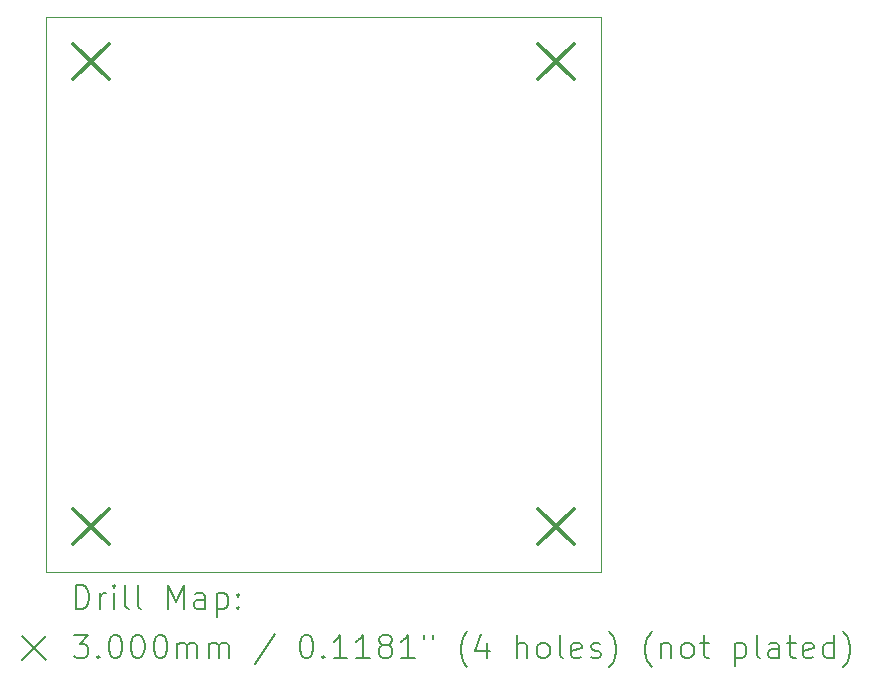
<source format=gbr>
%TF.GenerationSoftware,KiCad,Pcbnew,(6.0.10-0)*%
%TF.CreationDate,2023-01-21T10:57:41-08:00*%
%TF.ProjectId,timer,74696d65-722e-46b6-9963-61645f706362,rev?*%
%TF.SameCoordinates,Original*%
%TF.FileFunction,Drillmap*%
%TF.FilePolarity,Positive*%
%FSLAX45Y45*%
G04 Gerber Fmt 4.5, Leading zero omitted, Abs format (unit mm)*
G04 Created by KiCad (PCBNEW (6.0.10-0)) date 2023-01-21 10:57:41*
%MOMM*%
%LPD*%
G01*
G04 APERTURE LIST*
%ADD10C,0.100000*%
%ADD11C,0.200000*%
%ADD12C,0.300000*%
G04 APERTURE END LIST*
D10*
X12192000Y-6921500D02*
X16891000Y-6921500D01*
X16891000Y-6921500D02*
X16891000Y-11620500D01*
X16891000Y-11620500D02*
X12192000Y-11620500D01*
X12192000Y-11620500D02*
X12192000Y-6921500D01*
D11*
D12*
X12423000Y-7152500D02*
X12723000Y-7452500D01*
X12723000Y-7152500D02*
X12423000Y-7452500D01*
X12423000Y-11089500D02*
X12723000Y-11389500D01*
X12723000Y-11089500D02*
X12423000Y-11389500D01*
X16360000Y-7152500D02*
X16660000Y-7452500D01*
X16660000Y-7152500D02*
X16360000Y-7452500D01*
X16360000Y-11089500D02*
X16660000Y-11389500D01*
X16660000Y-11089500D02*
X16360000Y-11389500D01*
D11*
X12444619Y-11935976D02*
X12444619Y-11735976D01*
X12492238Y-11735976D01*
X12520809Y-11745500D01*
X12539857Y-11764548D01*
X12549381Y-11783595D01*
X12558905Y-11821690D01*
X12558905Y-11850262D01*
X12549381Y-11888357D01*
X12539857Y-11907405D01*
X12520809Y-11926452D01*
X12492238Y-11935976D01*
X12444619Y-11935976D01*
X12644619Y-11935976D02*
X12644619Y-11802643D01*
X12644619Y-11840738D02*
X12654143Y-11821690D01*
X12663667Y-11812167D01*
X12682714Y-11802643D01*
X12701762Y-11802643D01*
X12768428Y-11935976D02*
X12768428Y-11802643D01*
X12768428Y-11735976D02*
X12758905Y-11745500D01*
X12768428Y-11755024D01*
X12777952Y-11745500D01*
X12768428Y-11735976D01*
X12768428Y-11755024D01*
X12892238Y-11935976D02*
X12873190Y-11926452D01*
X12863667Y-11907405D01*
X12863667Y-11735976D01*
X12997000Y-11935976D02*
X12977952Y-11926452D01*
X12968428Y-11907405D01*
X12968428Y-11735976D01*
X13225571Y-11935976D02*
X13225571Y-11735976D01*
X13292238Y-11878833D01*
X13358905Y-11735976D01*
X13358905Y-11935976D01*
X13539857Y-11935976D02*
X13539857Y-11831214D01*
X13530333Y-11812167D01*
X13511286Y-11802643D01*
X13473190Y-11802643D01*
X13454143Y-11812167D01*
X13539857Y-11926452D02*
X13520809Y-11935976D01*
X13473190Y-11935976D01*
X13454143Y-11926452D01*
X13444619Y-11907405D01*
X13444619Y-11888357D01*
X13454143Y-11869309D01*
X13473190Y-11859786D01*
X13520809Y-11859786D01*
X13539857Y-11850262D01*
X13635095Y-11802643D02*
X13635095Y-12002643D01*
X13635095Y-11812167D02*
X13654143Y-11802643D01*
X13692238Y-11802643D01*
X13711286Y-11812167D01*
X13720809Y-11821690D01*
X13730333Y-11840738D01*
X13730333Y-11897881D01*
X13720809Y-11916928D01*
X13711286Y-11926452D01*
X13692238Y-11935976D01*
X13654143Y-11935976D01*
X13635095Y-11926452D01*
X13816048Y-11916928D02*
X13825571Y-11926452D01*
X13816048Y-11935976D01*
X13806524Y-11926452D01*
X13816048Y-11916928D01*
X13816048Y-11935976D01*
X13816048Y-11812167D02*
X13825571Y-11821690D01*
X13816048Y-11831214D01*
X13806524Y-11821690D01*
X13816048Y-11812167D01*
X13816048Y-11831214D01*
X11987000Y-12165500D02*
X12187000Y-12365500D01*
X12187000Y-12165500D02*
X11987000Y-12365500D01*
X12425571Y-12155976D02*
X12549381Y-12155976D01*
X12482714Y-12232167D01*
X12511286Y-12232167D01*
X12530333Y-12241690D01*
X12539857Y-12251214D01*
X12549381Y-12270262D01*
X12549381Y-12317881D01*
X12539857Y-12336928D01*
X12530333Y-12346452D01*
X12511286Y-12355976D01*
X12454143Y-12355976D01*
X12435095Y-12346452D01*
X12425571Y-12336928D01*
X12635095Y-12336928D02*
X12644619Y-12346452D01*
X12635095Y-12355976D01*
X12625571Y-12346452D01*
X12635095Y-12336928D01*
X12635095Y-12355976D01*
X12768428Y-12155976D02*
X12787476Y-12155976D01*
X12806524Y-12165500D01*
X12816048Y-12175024D01*
X12825571Y-12194071D01*
X12835095Y-12232167D01*
X12835095Y-12279786D01*
X12825571Y-12317881D01*
X12816048Y-12336928D01*
X12806524Y-12346452D01*
X12787476Y-12355976D01*
X12768428Y-12355976D01*
X12749381Y-12346452D01*
X12739857Y-12336928D01*
X12730333Y-12317881D01*
X12720809Y-12279786D01*
X12720809Y-12232167D01*
X12730333Y-12194071D01*
X12739857Y-12175024D01*
X12749381Y-12165500D01*
X12768428Y-12155976D01*
X12958905Y-12155976D02*
X12977952Y-12155976D01*
X12997000Y-12165500D01*
X13006524Y-12175024D01*
X13016048Y-12194071D01*
X13025571Y-12232167D01*
X13025571Y-12279786D01*
X13016048Y-12317881D01*
X13006524Y-12336928D01*
X12997000Y-12346452D01*
X12977952Y-12355976D01*
X12958905Y-12355976D01*
X12939857Y-12346452D01*
X12930333Y-12336928D01*
X12920809Y-12317881D01*
X12911286Y-12279786D01*
X12911286Y-12232167D01*
X12920809Y-12194071D01*
X12930333Y-12175024D01*
X12939857Y-12165500D01*
X12958905Y-12155976D01*
X13149381Y-12155976D02*
X13168428Y-12155976D01*
X13187476Y-12165500D01*
X13197000Y-12175024D01*
X13206524Y-12194071D01*
X13216048Y-12232167D01*
X13216048Y-12279786D01*
X13206524Y-12317881D01*
X13197000Y-12336928D01*
X13187476Y-12346452D01*
X13168428Y-12355976D01*
X13149381Y-12355976D01*
X13130333Y-12346452D01*
X13120809Y-12336928D01*
X13111286Y-12317881D01*
X13101762Y-12279786D01*
X13101762Y-12232167D01*
X13111286Y-12194071D01*
X13120809Y-12175024D01*
X13130333Y-12165500D01*
X13149381Y-12155976D01*
X13301762Y-12355976D02*
X13301762Y-12222643D01*
X13301762Y-12241690D02*
X13311286Y-12232167D01*
X13330333Y-12222643D01*
X13358905Y-12222643D01*
X13377952Y-12232167D01*
X13387476Y-12251214D01*
X13387476Y-12355976D01*
X13387476Y-12251214D02*
X13397000Y-12232167D01*
X13416048Y-12222643D01*
X13444619Y-12222643D01*
X13463667Y-12232167D01*
X13473190Y-12251214D01*
X13473190Y-12355976D01*
X13568428Y-12355976D02*
X13568428Y-12222643D01*
X13568428Y-12241690D02*
X13577952Y-12232167D01*
X13597000Y-12222643D01*
X13625571Y-12222643D01*
X13644619Y-12232167D01*
X13654143Y-12251214D01*
X13654143Y-12355976D01*
X13654143Y-12251214D02*
X13663667Y-12232167D01*
X13682714Y-12222643D01*
X13711286Y-12222643D01*
X13730333Y-12232167D01*
X13739857Y-12251214D01*
X13739857Y-12355976D01*
X14130333Y-12146452D02*
X13958905Y-12403595D01*
X14387476Y-12155976D02*
X14406524Y-12155976D01*
X14425571Y-12165500D01*
X14435095Y-12175024D01*
X14444619Y-12194071D01*
X14454143Y-12232167D01*
X14454143Y-12279786D01*
X14444619Y-12317881D01*
X14435095Y-12336928D01*
X14425571Y-12346452D01*
X14406524Y-12355976D01*
X14387476Y-12355976D01*
X14368428Y-12346452D01*
X14358905Y-12336928D01*
X14349381Y-12317881D01*
X14339857Y-12279786D01*
X14339857Y-12232167D01*
X14349381Y-12194071D01*
X14358905Y-12175024D01*
X14368428Y-12165500D01*
X14387476Y-12155976D01*
X14539857Y-12336928D02*
X14549381Y-12346452D01*
X14539857Y-12355976D01*
X14530333Y-12346452D01*
X14539857Y-12336928D01*
X14539857Y-12355976D01*
X14739857Y-12355976D02*
X14625571Y-12355976D01*
X14682714Y-12355976D02*
X14682714Y-12155976D01*
X14663667Y-12184548D01*
X14644619Y-12203595D01*
X14625571Y-12213119D01*
X14930333Y-12355976D02*
X14816048Y-12355976D01*
X14873190Y-12355976D02*
X14873190Y-12155976D01*
X14854143Y-12184548D01*
X14835095Y-12203595D01*
X14816048Y-12213119D01*
X15044619Y-12241690D02*
X15025571Y-12232167D01*
X15016048Y-12222643D01*
X15006524Y-12203595D01*
X15006524Y-12194071D01*
X15016048Y-12175024D01*
X15025571Y-12165500D01*
X15044619Y-12155976D01*
X15082714Y-12155976D01*
X15101762Y-12165500D01*
X15111286Y-12175024D01*
X15120809Y-12194071D01*
X15120809Y-12203595D01*
X15111286Y-12222643D01*
X15101762Y-12232167D01*
X15082714Y-12241690D01*
X15044619Y-12241690D01*
X15025571Y-12251214D01*
X15016048Y-12260738D01*
X15006524Y-12279786D01*
X15006524Y-12317881D01*
X15016048Y-12336928D01*
X15025571Y-12346452D01*
X15044619Y-12355976D01*
X15082714Y-12355976D01*
X15101762Y-12346452D01*
X15111286Y-12336928D01*
X15120809Y-12317881D01*
X15120809Y-12279786D01*
X15111286Y-12260738D01*
X15101762Y-12251214D01*
X15082714Y-12241690D01*
X15311286Y-12355976D02*
X15197000Y-12355976D01*
X15254143Y-12355976D02*
X15254143Y-12155976D01*
X15235095Y-12184548D01*
X15216048Y-12203595D01*
X15197000Y-12213119D01*
X15387476Y-12155976D02*
X15387476Y-12194071D01*
X15463667Y-12155976D02*
X15463667Y-12194071D01*
X15758905Y-12432167D02*
X15749381Y-12422643D01*
X15730333Y-12394071D01*
X15720809Y-12375024D01*
X15711286Y-12346452D01*
X15701762Y-12298833D01*
X15701762Y-12260738D01*
X15711286Y-12213119D01*
X15720809Y-12184548D01*
X15730333Y-12165500D01*
X15749381Y-12136928D01*
X15758905Y-12127405D01*
X15920809Y-12222643D02*
X15920809Y-12355976D01*
X15873190Y-12146452D02*
X15825571Y-12289309D01*
X15949381Y-12289309D01*
X16177952Y-12355976D02*
X16177952Y-12155976D01*
X16263667Y-12355976D02*
X16263667Y-12251214D01*
X16254143Y-12232167D01*
X16235095Y-12222643D01*
X16206524Y-12222643D01*
X16187476Y-12232167D01*
X16177952Y-12241690D01*
X16387476Y-12355976D02*
X16368428Y-12346452D01*
X16358905Y-12336928D01*
X16349381Y-12317881D01*
X16349381Y-12260738D01*
X16358905Y-12241690D01*
X16368428Y-12232167D01*
X16387476Y-12222643D01*
X16416048Y-12222643D01*
X16435095Y-12232167D01*
X16444619Y-12241690D01*
X16454143Y-12260738D01*
X16454143Y-12317881D01*
X16444619Y-12336928D01*
X16435095Y-12346452D01*
X16416048Y-12355976D01*
X16387476Y-12355976D01*
X16568428Y-12355976D02*
X16549381Y-12346452D01*
X16539857Y-12327405D01*
X16539857Y-12155976D01*
X16720809Y-12346452D02*
X16701762Y-12355976D01*
X16663667Y-12355976D01*
X16644619Y-12346452D01*
X16635095Y-12327405D01*
X16635095Y-12251214D01*
X16644619Y-12232167D01*
X16663667Y-12222643D01*
X16701762Y-12222643D01*
X16720809Y-12232167D01*
X16730333Y-12251214D01*
X16730333Y-12270262D01*
X16635095Y-12289309D01*
X16806524Y-12346452D02*
X16825571Y-12355976D01*
X16863667Y-12355976D01*
X16882714Y-12346452D01*
X16892238Y-12327405D01*
X16892238Y-12317881D01*
X16882714Y-12298833D01*
X16863667Y-12289309D01*
X16835095Y-12289309D01*
X16816048Y-12279786D01*
X16806524Y-12260738D01*
X16806524Y-12251214D01*
X16816048Y-12232167D01*
X16835095Y-12222643D01*
X16863667Y-12222643D01*
X16882714Y-12232167D01*
X16958905Y-12432167D02*
X16968429Y-12422643D01*
X16987476Y-12394071D01*
X16997000Y-12375024D01*
X17006524Y-12346452D01*
X17016048Y-12298833D01*
X17016048Y-12260738D01*
X17006524Y-12213119D01*
X16997000Y-12184548D01*
X16987476Y-12165500D01*
X16968429Y-12136928D01*
X16958905Y-12127405D01*
X17320810Y-12432167D02*
X17311286Y-12422643D01*
X17292238Y-12394071D01*
X17282714Y-12375024D01*
X17273190Y-12346452D01*
X17263667Y-12298833D01*
X17263667Y-12260738D01*
X17273190Y-12213119D01*
X17282714Y-12184548D01*
X17292238Y-12165500D01*
X17311286Y-12136928D01*
X17320810Y-12127405D01*
X17397000Y-12222643D02*
X17397000Y-12355976D01*
X17397000Y-12241690D02*
X17406524Y-12232167D01*
X17425571Y-12222643D01*
X17454143Y-12222643D01*
X17473190Y-12232167D01*
X17482714Y-12251214D01*
X17482714Y-12355976D01*
X17606524Y-12355976D02*
X17587476Y-12346452D01*
X17577952Y-12336928D01*
X17568429Y-12317881D01*
X17568429Y-12260738D01*
X17577952Y-12241690D01*
X17587476Y-12232167D01*
X17606524Y-12222643D01*
X17635095Y-12222643D01*
X17654143Y-12232167D01*
X17663667Y-12241690D01*
X17673190Y-12260738D01*
X17673190Y-12317881D01*
X17663667Y-12336928D01*
X17654143Y-12346452D01*
X17635095Y-12355976D01*
X17606524Y-12355976D01*
X17730333Y-12222643D02*
X17806524Y-12222643D01*
X17758905Y-12155976D02*
X17758905Y-12327405D01*
X17768429Y-12346452D01*
X17787476Y-12355976D01*
X17806524Y-12355976D01*
X18025571Y-12222643D02*
X18025571Y-12422643D01*
X18025571Y-12232167D02*
X18044619Y-12222643D01*
X18082714Y-12222643D01*
X18101762Y-12232167D01*
X18111286Y-12241690D01*
X18120810Y-12260738D01*
X18120810Y-12317881D01*
X18111286Y-12336928D01*
X18101762Y-12346452D01*
X18082714Y-12355976D01*
X18044619Y-12355976D01*
X18025571Y-12346452D01*
X18235095Y-12355976D02*
X18216048Y-12346452D01*
X18206524Y-12327405D01*
X18206524Y-12155976D01*
X18397000Y-12355976D02*
X18397000Y-12251214D01*
X18387476Y-12232167D01*
X18368429Y-12222643D01*
X18330333Y-12222643D01*
X18311286Y-12232167D01*
X18397000Y-12346452D02*
X18377952Y-12355976D01*
X18330333Y-12355976D01*
X18311286Y-12346452D01*
X18301762Y-12327405D01*
X18301762Y-12308357D01*
X18311286Y-12289309D01*
X18330333Y-12279786D01*
X18377952Y-12279786D01*
X18397000Y-12270262D01*
X18463667Y-12222643D02*
X18539857Y-12222643D01*
X18492238Y-12155976D02*
X18492238Y-12327405D01*
X18501762Y-12346452D01*
X18520810Y-12355976D01*
X18539857Y-12355976D01*
X18682714Y-12346452D02*
X18663667Y-12355976D01*
X18625571Y-12355976D01*
X18606524Y-12346452D01*
X18597000Y-12327405D01*
X18597000Y-12251214D01*
X18606524Y-12232167D01*
X18625571Y-12222643D01*
X18663667Y-12222643D01*
X18682714Y-12232167D01*
X18692238Y-12251214D01*
X18692238Y-12270262D01*
X18597000Y-12289309D01*
X18863667Y-12355976D02*
X18863667Y-12155976D01*
X18863667Y-12346452D02*
X18844619Y-12355976D01*
X18806524Y-12355976D01*
X18787476Y-12346452D01*
X18777952Y-12336928D01*
X18768429Y-12317881D01*
X18768429Y-12260738D01*
X18777952Y-12241690D01*
X18787476Y-12232167D01*
X18806524Y-12222643D01*
X18844619Y-12222643D01*
X18863667Y-12232167D01*
X18939857Y-12432167D02*
X18949381Y-12422643D01*
X18968429Y-12394071D01*
X18977952Y-12375024D01*
X18987476Y-12346452D01*
X18997000Y-12298833D01*
X18997000Y-12260738D01*
X18987476Y-12213119D01*
X18977952Y-12184548D01*
X18968429Y-12165500D01*
X18949381Y-12136928D01*
X18939857Y-12127405D01*
M02*

</source>
